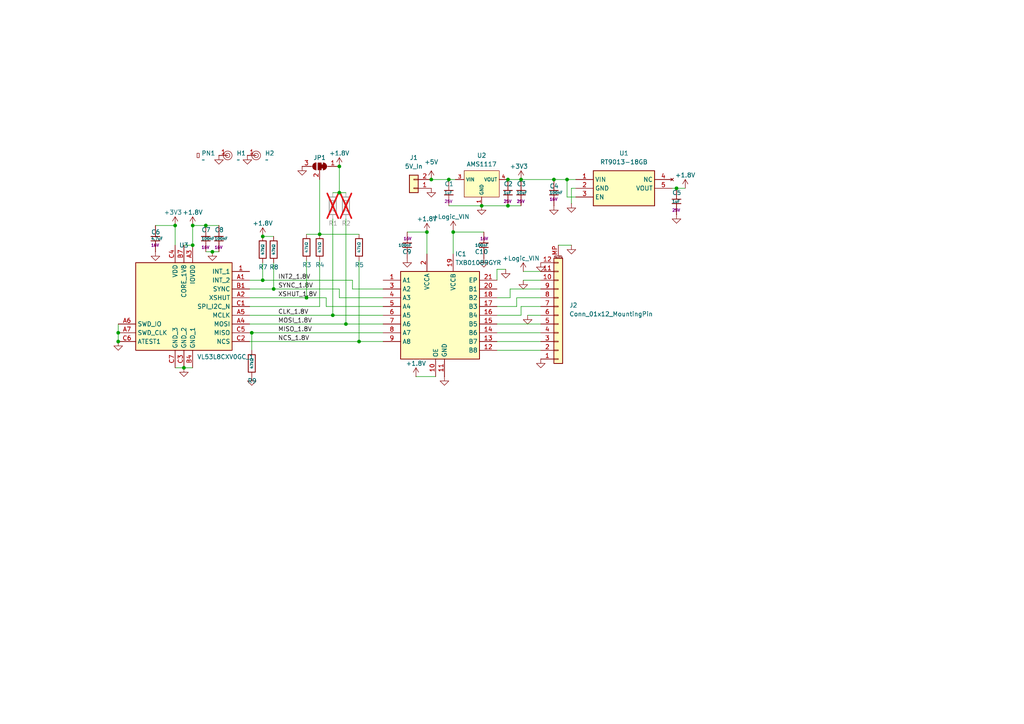
<source format=kicad_sch>
(kicad_sch (version 20250114) (generator "eeschema") (generator_version "9.0")
  (paper "A4")
  (junction (at 147.32 52.07))
  (junction (at 76.2 68.58))
  (junction (at 164.465 52.07))
  (junction (at 125.095 52.07))
  (junction (at 98.425 48.26))
  (junction (at 104.14 99.06))
  (junction (at 98.425 55.88))
  (junction (at 160.655 52.07))
  (junction (at 96.52 91.44))
  (junction (at 76.2 81.28))
  (junction (at 79.375 83.82))
  (junction (at 61.595 73.025))
  (junction (at 196.215 54.61))
  (junction (at 131.445 67.31))
  (junction (at 34.29 99.06))
  (junction (at 34.29 96.52))
  (junction (at 73.025 96.52))
  (junction (at 55.88 65.405))
  (junction (at 50.8 65.405))
  (junction (at 55.88 71.12))
  (junction (at 59.69 65.405))
  (junction (at 147.32 59.69))
  (junction (at 130.175 52.07))
  (junction (at 92.71 67.945))
  (junction (at 100.33 93.98))
  (junction (at 88.9 86.36))
  (junction (at 139.7 59.69))
  (junction (at 123.825 67.31))
  (junction (at 53.34 106.68))
  (junction (at 151.13 52.07))
  (wire (pts (xy 144.145 96.52) (xy 156.845 96.52)))
  (wire (pts (xy 147.955 86.36) (xy 147.955 83.82)))
  (wire (pts (xy 144.145 91.44) (xy 151.13 91.44)))
  (wire (pts (xy 76.2 68.58) (xy 79.375 68.58)))
  (wire (pts (xy 94.615 86.36) (xy 88.9 86.36)))
  (wire (pts (xy 92.71 75.565) (xy 92.71 88.9)))
  (wire (pts (xy 144.145 93.98) (xy 156.845 93.98)))
  (wire (pts (xy 144.145 101.6) (xy 156.845 101.6)))
  (wire (pts (xy 100.33 93.98) (xy 72.39 93.98)))
  (wire (pts (xy 144.145 78.105) (xy 144.145 81.28)))
  (wire (pts (xy 196.215 54.61) (xy 198.755 54.61)))
  (wire (pts (xy 151.13 91.44) (xy 151.13 88.9)))
  (wire (pts (xy 123.825 67.31) (xy 123.825 73.66)))
  (wire (pts (xy 100.33 63.5) (xy 100.33 93.98)))
  (wire (pts (xy 88.9 67.945) (xy 92.71 67.945)))
  (wire (pts (xy 165.735 54.61) (xy 167.005 54.61)))
  (wire (pts (xy 34.29 99.06) (xy 34.29 96.52)))
  (wire (pts (xy 164.465 52.07) (xy 167.005 52.07)))
  (wire (pts (xy 45.085 65.405) (xy 50.8 65.405)))
  (wire (pts (xy 167.005 57.15) (xy 164.465 57.15)))
  (wire (pts (xy 61.595 73.025) (xy 59.69 73.025)))
  (wire (pts (xy 97.79 48.26) (xy 98.425 48.26)))
  (wire (pts (xy 100.33 93.98) (xy 111.125 93.98)))
  (wire (pts (xy 55.88 65.405) (xy 55.88 71.12)))
  (wire (pts (xy 92.71 67.945) (xy 104.14 67.945)))
  (wire (pts (xy 111.125 83.82) (xy 102.235 83.82)))
  (wire (pts (xy 131.445 67.31) (xy 131.445 73.66)))
  (wire (pts (xy 144.145 88.9) (xy 149.86 88.9)))
  (wire (pts (xy 144.145 86.36) (xy 147.955 86.36)))
  (wire (pts (xy 151.765 78.74) (xy 156.845 78.74)))
  (wire (pts (xy 123.825 67.31) (xy 118.11 67.31)))
  (wire (pts (xy 50.8 106.68) (xy 53.34 106.68)))
  (wire (pts (xy 111.125 86.36) (xy 98.425 86.36)))
  (wire (pts (xy 130.175 52.07) (xy 132.08 52.07)))
  (wire (pts (xy 96.52 63.5) (xy 96.52 91.44)))
  (wire (pts (xy 147.32 59.69) (xy 139.7 59.69)))
  (wire (pts (xy 151.765 81.28) (xy 156.845 81.28)))
  (wire (pts (xy 131.445 66.675) (xy 131.445 67.31)))
  (wire (pts (xy 151.13 52.07) (xy 160.655 52.07)))
  (wire (pts (xy 149.86 88.9) (xy 149.86 86.36)))
  (wire (pts (xy 55.88 71.12) (xy 53.34 71.12)))
  (wire (pts (xy 94.615 88.9) (xy 94.615 86.36)))
  (wire (pts (xy 144.145 99.06) (xy 156.845 99.06)))
  (wire (pts (xy 125.095 52.07) (xy 130.175 52.07)))
  (wire (pts (xy 160.655 52.07) (xy 164.465 52.07)))
  (wire (pts (xy 98.425 55.88) (xy 100.33 55.88)))
  (wire (pts (xy 72.39 83.82) (xy 79.375 83.82)))
  (wire (pts (xy 164.465 57.15) (xy 164.465 52.07)))
  (wire (pts (xy 98.425 86.36) (xy 98.425 83.82)))
  (wire (pts (xy 73.025 96.52) (xy 111.125 96.52)))
  (wire (pts (xy 92.71 88.9) (xy 72.39 88.9)))
  (wire (pts (xy 104.14 99.06) (xy 72.39 99.06)))
  (wire (pts (xy 98.425 83.82) (xy 79.375 83.82)))
  (wire (pts (xy 149.86 86.36) (xy 156.845 86.36)))
  (wire (pts (xy 55.88 65.405) (xy 59.69 65.405)))
  (wire (pts (xy 102.235 83.82) (xy 102.235 81.28)))
  (wire (pts (xy 147.32 59.69) (xy 151.13 59.69)))
  (wire (pts (xy 59.69 65.405) (xy 63.5 65.405)))
  (wire (pts (xy 72.39 91.44) (xy 96.52 91.44)))
  (wire (pts (xy 147.32 52.07) (xy 151.13 52.07)))
  (wire (pts (xy 146.685 78.105) (xy 144.145 78.105)))
  (wire (pts (xy 53.34 106.68) (xy 55.88 106.68)))
  (wire (pts (xy 153.035 91.44) (xy 156.845 91.44)))
  (wire (pts (xy 72.39 96.52) (xy 73.025 96.52)))
  (wire (pts (xy 50.8 65.405) (xy 50.8 71.12)))
  (wire (pts (xy 72.39 81.28) (xy 76.2 81.28)))
  (wire (pts (xy 63.5 73.025) (xy 61.595 73.025)))
  (wire (pts (xy 79.375 83.82) (xy 79.375 76.2)))
  (wire (pts (xy 120.65 109.22) (xy 126.365 109.22)))
  (wire (pts (xy 88.9 86.36) (xy 72.39 86.36)))
  (wire (pts (xy 76.2 81.28) (xy 76.2 76.2)))
  (wire (pts (xy 96.52 55.88) (xy 98.425 55.88)))
  (wire (pts (xy 165.735 71.12) (xy 161.925 71.12)))
  (wire (pts (xy 139.7 59.69) (xy 130.175 59.69)))
  (wire (pts (xy 102.235 81.28) (xy 76.2 81.28)))
  (wire (pts (xy 104.14 75.565) (xy 104.14 99.06)))
  (wire (pts (xy 92.71 52.07) (xy 92.71 67.945)))
  (wire (pts (xy 194.945 54.61) (xy 196.215 54.61)))
  (wire (pts (xy 34.29 96.52) (xy 34.29 93.98)))
  (wire (pts (xy 147.955 83.82) (xy 156.845 83.82)))
  (wire (pts (xy 151.13 88.9) (xy 156.845 88.9)))
  (wire (pts (xy 104.14 99.06) (xy 111.125 99.06)))
  (wire (pts (xy 88.9 75.565) (xy 88.9 86.36)))
  (wire (pts (xy 140.335 67.31) (xy 131.445 67.31)))
  (wire (pts (xy 96.52 91.44) (xy 111.125 91.44)))
  (wire (pts (xy 165.735 59.055) (xy 165.735 54.61)))
  (wire (pts (xy 98.425 48.26) (xy 98.425 55.88)))
  (wire (pts (xy 111.125 88.9) (xy 94.615 88.9)))
  (wire (pts (xy 73.025 101.6) (xy 73.025 96.52)))
  (label "NCS_1.8V" (at 80.645 99.06 0))
  (label "XSHUT_1.8V" (at 80.645 86.36 0))
  (label "MISO_1.8V" (at 80.645 96.52 0))
  (label "SYNC_1.8V" (at 80.645 83.82 0))
  (label "MOSI_1.8V" (at 80.645 93.98 0))
  (label "INT2_1.8V" (at 80.645 81.28 0))
  (label "CLK_1.8V" (at 80.645 91.44 0))
  (symbol (lib_id "power:+3V3") (at 131.445 66.675 0) (unit 1)
    (property "Reference" "#PWR015" (effects (hide yes)))
    (property "Value" "+Logic_VIN" (at 130.81 62.865 0))
    (property "Description" "Power symbol creates a global label with name \"+3V3\"" (effects (hide yes)))
  )
  (symbol (lib_id "SwiftModules:VL53L8CXV0GC_1") (at 34.29 78.74 0) (unit 1)
    (property "Reference" "U3" (at 53.34 71.12 0))
    (property "Value" "VL53L8CXV0GC_1" (at 65.405 103.505 0))
    (property "Footprint" "VL53L8CXV0GC1" (effects (hide yes)))
    (property "Datasheet" "https://www.st.com/resource/en/datasheet/vl53l8cx.pdf" (effects (hide yes)))
    (property "Description" "Low-power high-performance 8x8 multizone Time-of-Flight sensor 940 nm, 6.4x3.0x1.75 mm, -30 to 85C" (effects (hide yes)))
    (property "Height" "1.8" (effects (hide yes)))
    (property "Mouser Part Number" "511-VL53L8CXV0GC/1" (effects (hide yes)))
    (property "Mouser Price/Stock" "https://www.mouser.co.uk/ProductDetail/STMicroelectronics/VL53L8CXV0GC-1?qs=T%252BzbugeAwjhc9idkQC%252BF8g%3D%3D" (effects (hide yes)))
    (property "Manufacturer_Name" "STMicroelectronics" (effects (hide yes)))
    (property "Manufacturer_Part_Number" "VL53L8CXV0GC/1" (effects (hide yes)))
    (property "LCSC" "C7386355" (effects (hide yes)))
  )
  (symbol (lib_id "power:GND") (at 63.5 45.085 0) (unit 1)
    (property "Reference" "#PWR01" (effects (hide yes)))
    (property "Value" "GND" (effects (hide yes)))
    (property "Description" "Power symbol creates a global label with name \"GND\" , ground" (effects (hide yes)))
  )
  (symbol (lib_id "power:GND") (at 151.765 81.28 0) (unit 1)
    (property "Reference" "#PWR033" (effects (hide yes)))
    (property "Value" "GND" (effects (hide yes)))
    (property "Description" "Power symbol creates a global label with name \"GND\" , ground" (effects (hide yes)))
  )
  (symbol (lib_id "PCM_JLCPCB-Capacitors:0402,1uF") (at 196.215 58.42 0) (unit 1)
    (property "Reference" "C5" (at 194.945 55.8799 0) (effects (justify left)))
    (property "Value" "1uF" (at 194.945 58.42 0) (effects (font (size 0.8 0.8)) (justify left)))
    (property "Footprint" "PCM_JLCPCB:C_0402" (effects (hide yes)))
    (property "Datasheet" "https://www.lcsc.com/datasheet/lcsc_datasheet_2304140030_Samsung-Electro-Mechanics-CL05A105KA5NQNC_C52923.pdf" (effects (hide yes)))
    (property "Description" "25V 1uF X5R ±10% 0402 Multilayer Ceramic Capacitors MLCC - SMD/SMT ROHS" (effects (hide yes)))
    (property "LCSC" "C52923" (effects (hide yes)))
    (property "Stock" "7796525" (effects (hide yes)))
    (property "Price" "0.006USD" (effects (hide yes)))
    (property "Process" "SMT" (effects (hide yes)))
    (property "Minimum Qty" "20" (effects (hide yes)))
    (property "Attrition Qty" "10" (effects (hide yes)))
    (property "Class" "Basic Component" (effects (hide yes)))
    (property "Category" "Capacitors,Multilayer Ceramic Capacitors MLCC - SMD/SMT" (effects (hide yes)))
    (property "Manufacturer" "Samsung Electro-Mechanics" (effects (hide yes)))
    (property "Part" "CL05A105KA5NQNC" (effects (hide yes)))
    (property "Voltage Rated" "25V" (at 194.945 60.96 0) (effects (font (size 0.8 0.8)) (justify left)))
    (property "Tolerance" "±10%" (effects (hide yes)))
    (property "Capacitance" "1uF" (effects (hide yes)))
    (property "Temperature Coefficient" "X5R" (effects (hide yes)))
  )
  (symbol (lib_id "power:+3V3") (at 55.88 65.405 0) (unit 1)
    (property "Reference" "#PWR014" (effects (hide yes)))
    (property "Value" "+1.8V" (at 55.88 61.595 0))
    (property "Description" "Power symbol creates a global label with name \"+3V3\"" (effects (hide yes)))
  )
  (symbol (lib_id "PCM_JLCPCB-Capacitors:0402,100nF") (at 160.655 55.88 0) (unit 1)
    (property "Reference" "C4" (at 159.385 53.975 0) (effects (justify left)))
    (property "Value" "100nF" (at 159.385 55.8801 0) (effects (font (size 0.8 0.8)) (justify left)))
    (property "Footprint" "PCM_JLCPCB:C_0402" (effects (hide yes)))
    (property "Datasheet" "https://www.lcsc.com/datasheet/lcsc_datasheet_2304140030_Samsung-Electro-Mechanics-CL05B104KO5NNNC_C1525.pdf" (effects (hide yes)))
    (property "Description" "16V 100nF X7R ±10% 0402 Multilayer Ceramic Capacitors MLCC - SMD/SMT ROHS" (effects (hide yes)))
    (property "LCSC" "C1525" (effects (hide yes)))
    (property "Stock" "13104064" (effects (hide yes)))
    (property "Price" "0.004USD" (effects (hide yes)))
    (property "Process" "SMT" (effects (hide yes)))
    (property "Minimum Qty" "20" (effects (hide yes)))
    (property "Attrition Qty" "10" (effects (hide yes)))
    (property "Class" "Basic Component" (effects (hide yes)))
    (property "Category" "Capacitors,Multilayer Ceramic Capacitors MLCC - SMD/SMT" (effects (hide yes)))
    (property "Manufacturer" "Samsung Electro-Mechanics" (effects (hide yes)))
    (property "Part" "CL05B104KO5NNNC" (effects (hide yes)))
    (property "Voltage Rated" "16V" (at 159.385 57.785 0) (effects (font (size 0.8 0.8)) (justify left)))
    (property "Tolerance" "±10%" (effects (hide yes)))
    (property "Capacitance" "100nF" (effects (hide yes)))
    (property "Temperature Coefficient" "X7R" (effects (hide yes)))
  )
  (symbol (lib_id "PCM_JLCPCB-Resistors:0402,2.2kΩ") (at 96.52 59.69 0) (unit 1) (dnp yes)
    (property "Reference" "R1" (at 95.25 64.77 0) (effects (justify left)))
    (property "Value" "2.2kΩ" (at 96.52 59.69 90) (effects (font (size 0.8 0.8))))
    (property "Footprint" "PCM_JLCPCB:R_0402" (effects (hide yes)))
    (property "Datasheet" "https://www.lcsc.com/datasheet/lcsc_datasheet_2206010045_UNI-ROYAL-Uniroyal-Elec-0402WGF2201TCE_C25879.pdf" (effects (hide yes)))
    (property "Description" "62.5mW Thick Film Resistors 50V ±100ppm/°C ±1% 2.2kΩ 0402 Chip Resistor - Surface Mount ROHS" (effects (hide yes)))
    (property "LCSC" "C25879" (effects (hide yes)))
    (property "Stock" "903036" (effects (hide yes)))
    (property "Price" "0.004USD" (effects (hide yes)))
    (property "Process" "SMT" (effects (hide yes)))
    (property "Minimum Qty" "20" (effects (hide yes)))
    (property "Attrition Qty" "10" (effects (hide yes)))
    (property "Class" "Basic Component" (effects (hide yes)))
    (property "Category" "Resistors,Chip Resistor - Surface Mount" (effects (hide yes)))
    (property "Manufacturer" "UNI-ROYAL(Uniroyal Elec)" (effects (hide yes)))
    (property "Part" "0402WGF2201TCE" (effects (hide yes)))
    (property "Resistance" "2.2kΩ" (effects (hide yes)))
    (property "Power(Watts)" "62.5mW" (effects (hide yes)))
    (property "Type" "Thick Film Resistors" (effects (hide yes)))
    (property "Overload Voltage (Max)" "50V" (effects (hide yes)))
    (property "Operating Temperature Range" "-55°C~+155°C" (effects (hide yes)))
    (property "Tolerance" "±1%" (effects (hide yes)))
    (property "Temperature Coefficient" "±100ppm/°C" (effects (hide yes)))
  )
  (symbol (lib_id "Jumper:SolderJumper_3_Bridged12") (at 92.71 48.26 0) (mirror y) (unit 1) (in_bom no)
    (property "Reference" "JP1" (at 92.71 45.72 0))
    (property "Value" "SolderJumper_3_Bridged12" (effects (hide yes)))
    (property "Footprint" "Jumper:SolderJumper-3_P1.3mm_Bridged2Bar12_RoundedPad1.0x1.5mm" (effects (hide yes)))
    (property "Description" "3-pole Solder Jumper, pins 1+2 closed/bridged" (effects (hide yes)))
  )
  (symbol (lib_id "power:GND") (at 61.595 73.025 0) (unit 1)
    (property "Reference" "#PWR019" (effects (hide yes)))
    (property "Value" "GND" (effects (hide yes)))
    (property "Description" "Power symbol creates a global label with name \"GND\" , ground" (effects (hide yes)))
  )
  (symbol (lib_id "power:GND") (at 165.735 71.12 0) (unit 1)
    (property "Reference" "#PWR032" (effects (hide yes)))
    (property "Value" "GND" (effects (hide yes)))
    (property "Description" "Power symbol creates a global label with name \"GND\" , ground" (effects (hide yes)))
  )
  (symbol (lib_id "power:GND") (at 139.7 59.69 0) (unit 1)
    (property "Reference" "#PWR010" (effects (hide yes)))
    (property "Value" "GND" (effects (hide yes)))
    (property "Description" "Power symbol creates a global label with name \"GND\" , ground" (effects (hide yes)))
  )
  (symbol (lib_id "PCM_JLCPCB-Resistors:0402,47kΩ") (at 73.025 105.41 0) (unit 1)
    (property "Reference" "R9" (at 71.755 110.49 0) (effects (justify left)))
    (property "Value" "47kΩ" (at 73.025 105.41 90) (effects (font (size 0.8 0.8))))
    (property "Footprint" "PCM_JLCPCB:R_0402" (effects (hide yes)))
    (property "Datasheet" "https://www.lcsc.com/datasheet/lcsc_datasheet_2206010100_UNI-ROYAL-Uniroyal-Elec-0402WGF4702TCE_C25792.pdf" (effects (hide yes)))
    (property "Description" "62.5mW Thick Film Resistors 50V ±100ppm/°C ±1% 47kΩ 0402 Chip Resistor - Surface Mount ROHS" (effects (hide yes)))
    (property "LCSC" "C25792" (effects (hide yes)))
    (property "Stock" "1796042" (effects (hide yes)))
    (property "Price" "0.004USD" (effects (hide yes)))
    (property "Process" "SMT" (effects (hide yes)))
    (property "Minimum Qty" "20" (effects (hide yes)))
    (property "Attrition Qty" "10" (effects (hide yes)))
    (property "Class" "Basic Component" (effects (hide yes)))
    (property "Category" "Resistors,Chip Resistor - Surface Mount" (effects (hide yes)))
    (property "Manufacturer" "UNI-ROYAL(Uniroyal Elec)" (effects (hide yes)))
    (property "Part" "0402WGF4702TCE" (effects (hide yes)))
    (property "Resistance" "47kΩ" (effects (hide yes)))
    (property "Power(Watts)" "62.5mW" (effects (hide yes)))
    (property "Type" "Thick Film Resistors" (effects (hide yes)))
    (property "Overload Voltage (Max)" "50V" (effects (hide yes)))
    (property "Operating Temperature Range" "-55°C~+155°C" (effects (hide yes)))
    (property "Tolerance" "±1%" (effects (hide yes)))
    (property "Temperature Coefficient" "±100ppm/°C" (effects (hide yes)))
  )
  (symbol (lib_id "power:GND") (at 153.035 91.44 0) (unit 1)
    (property "Reference" "#PWR025" (effects (hide yes)))
    (property "Value" "GND" (effects (hide yes)))
    (property "Description" "Power symbol creates a global label with name \"GND\" , ground" (effects (hide yes)))
  )
  (symbol (lib_id "Connector_Generic_MountingPin:Conn_01x12_MountingPin") (at 161.925 91.44 0) (mirror x) (unit 1)
    (property "Reference" "J2" (at 165.1 88.5443 0) (effects (justify left)))
    (property "Value" "Conn_01x12_MountingPin" (at 165.1 91.0843 0) (effects (justify left)))
    (property "Footprint" "Connector_FFC-FPC:Hirose_FH12-12S-0.5SH_1x12-1MP_P0.50mm_Horizontal" (effects (hide yes)))
    (property "Description" "Generic connectable mounting pin connector, single row, 01x12, script generated (kicad-library-utils/schlib/autogen/connector/)" (effects (hide yes)))
    (property "LCSC" "C88360" (effects (hide yes)))
  )
  (symbol (lib_id "PCM_JLCPCB-Resistors:0402,47kΩ") (at 79.375 72.39 0) (unit 1)
    (property "Reference" "R8" (at 78.105 77.47 0) (effects (justify left)))
    (property "Value" "47kΩ" (at 79.375 72.39 90) (effects (font (size 0.8 0.8))))
    (property "Footprint" "PCM_JLCPCB:R_0402" (effects (hide yes)))
    (property "Datasheet" "https://www.lcsc.com/datasheet/lcsc_datasheet_2206010100_UNI-ROYAL-Uniroyal-Elec-0402WGF4702TCE_C25792.pdf" (effects (hide yes)))
    (property "Description" "62.5mW Thick Film Resistors 50V ±100ppm/°C ±1% 47kΩ 0402 Chip Resistor - Surface Mount ROHS" (effects (hide yes)))
    (property "LCSC" "C25792" (effects (hide yes)))
    (property "Stock" "1796042" (effects (hide yes)))
    (property "Price" "0.004USD" (effects (hide yes)))
    (property "Process" "SMT" (effects (hide yes)))
    (property "Minimum Qty" "20" (effects (hide yes)))
    (property "Attrition Qty" "10" (effects (hide yes)))
    (property "Class" "Basic Component" (effects (hide yes)))
    (property "Category" "Resistors,Chip Resistor - Surface Mount" (effects (hide yes)))
    (property "Manufacturer" "UNI-ROYAL(Uniroyal Elec)" (effects (hide yes)))
    (property "Part" "0402WGF4702TCE" (effects (hide yes)))
    (property "Resistance" "47kΩ" (effects (hide yes)))
    (property "Power(Watts)" "62.5mW" (effects (hide yes)))
    (property "Type" "Thick Film Resistors" (effects (hide yes)))
    (property "Overload Voltage (Max)" "50V" (effects (hide yes)))
    (property "Operating Temperature Range" "-55°C~+155°C" (effects (hide yes)))
    (property "Tolerance" "±1%" (effects (hide yes)))
    (property "Temperature Coefficient" "±100ppm/°C" (effects (hide yes)))
  )
  (symbol (lib_id "power:GND") (at 73.025 109.22 0) (unit 1)
    (property "Reference" "#PWR029" (effects (hide yes)))
    (property "Value" "GND" (effects (hide yes)))
    (property "Description" "Power symbol creates a global label with name \"GND\" , ground" (effects (hide yes)))
  )
  (symbol (lib_id "power:GND") (at 160.655 59.69 0) (unit 1)
    (property "Reference" "#PWR011" (effects (hide yes)))
    (property "Value" "GND" (effects (hide yes)))
    (property "Description" "Power symbol creates a global label with name \"GND\" , ground" (effects (hide yes)))
  )
  (symbol (lib_id "PCM_JLCPCB-Capacitors:0402,100nF") (at 118.11 71.12 180) (unit 1)
    (property "Reference" "C9" (at 119.38 73.025 0) (effects (justify left)))
    (property "Value" "100nF" (at 119.38 71.1199 0) (effects (font (size 0.8 0.8)) (justify left)))
    (property "Footprint" "PCM_JLCPCB:C_0402" (effects (hide yes)))
    (property "Datasheet" "https://www.lcsc.com/datasheet/lcsc_datasheet_2304140030_Samsung-Electro-Mechanics-CL05B104KO5NNNC_C1525.pdf" (effects (hide yes)))
    (property "Description" "16V 100nF X7R ±10% 0402 Multilayer Ceramic Capacitors MLCC - SMD/SMT ROHS" (effects (hide yes)))
    (property "LCSC" "C1525" (effects (hide yes)))
    (property "Stock" "13104064" (effects (hide yes)))
    (property "Price" "0.004USD" (effects (hide yes)))
    (property "Process" "SMT" (effects (hide yes)))
    (property "Minimum Qty" "20" (effects (hide yes)))
    (property "Attrition Qty" "10" (effects (hide yes)))
    (property "Class" "Basic Component" (effects (hide yes)))
    (property "Category" "Capacitors,Multilayer Ceramic Capacitors MLCC - SMD/SMT" (effects (hide yes)))
    (property "Manufacturer" "Samsung Electro-Mechanics" (effects (hide yes)))
    (property "Part" "CL05B104KO5NNNC" (effects (hide yes)))
    (property "Voltage Rated" "16V" (at 119.38 69.215 0) (effects (font (size 0.8 0.8)) (justify left)))
    (property "Tolerance" "±10%" (effects (hide yes)))
    (property "Capacitance" "100nF" (effects (hide yes)))
    (property "Temperature Coefficient" "X7R" (effects (hide yes)))
  )
  (symbol (lib_id "power:GND") (at 87.63 48.26 0) (unit 1)
    (property "Reference" "#PWR03" (effects (hide yes)))
    (property "Value" "GND" (effects (hide yes)))
    (property "Description" "Power symbol creates a global label with name \"GND\" , ground" (effects (hide yes)))
  )
  (symbol (lib_id "power:GND") (at 71.755 45.085 0) (unit 1)
    (property "Reference" "#PWR02" (effects (hide yes)))
    (property "Value" "GND" (effects (hide yes)))
    (property "Description" "Power symbol creates a global label with name \"GND\" , ground" (effects (hide yes)))
  )
  (symbol (lib_id "power:+3V3") (at 50.8 65.405 0) (unit 1)
    (property "Reference" "#PWR013" (effects (hide yes)))
    (property "Value" "+3V3" (at 50.165 61.595 0))
    (property "Description" "Power symbol creates a global label with name \"+3V3\"" (effects (hide yes)))
  )
  (symbol (lib_id "PCM_JLCPCB-Manufacturing:Mounting Hole, 3mm, Via Stiched") (at 74.295 45.085 0) (unit 1)
    (property "Reference" "H2" (at 76.835 44.4499 0) (effects (justify left)))
    (property "Value" "~" (at 76.835 46.355 0) (effects (justify left)))
    (property "Footprint" "PCM_JLCPCB:Hole, 3mm" (effects (hide yes)))
  )
  (symbol (lib_id "Connector_Generic:Conn_01x02") (at 120.015 54.61 180) (unit 1)
    (property "Reference" "J1" (at 120.015 45.72 0))
    (property "Value" "5V_In" (at 120.015 48.26 0))
    (property "Footprint" "Connector_JST:JST_XH_B2B-XH-A_1x02_P2.50mm_Vertical" (effects (hide yes)))
    (property "Description" "Generic connector, single row, 01x02, script generated (kicad-library-utils/schlib/autogen/connector/)" (effects (hide yes)))
  )
  (symbol (lib_id "PCM_JLCPCB-Capacitors:0603,10uF,(2)") (at 151.13 55.88 0) (unit 1)
    (property "Reference" "C3" (at 149.86 53.3399 0) (effects (justify left)))
    (property "Value" "10uF" (at 149.86 55.88 0) (effects (font (size 0.8 0.8)) (justify left)))
    (property "Footprint" "PCM_JLCPCB:C_0603" (effects (hide yes)))
    (property "Datasheet" "https://www.lcsc.com/datasheet/lcsc_datasheet_2304140030_Samsung-Electro-Mechanics-CL10A106MA8NRNC_C96446.pdf" (effects (hide yes)))
    (property "Description" "25V 10uF X5R ±20% 0603 Multilayer Ceramic Capacitors MLCC - SMD/SMT ROHS" (effects (hide yes)))
    (property "LCSC" "C96446" (effects (hide yes)))
    (property "Stock" "4331263" (effects (hide yes)))
    (property "Price" "0.017USD" (effects (hide yes)))
    (property "Process" "SMT" (effects (hide yes)))
    (property "Minimum Qty" "20" (effects (hide yes)))
    (property "Attrition Qty" "8" (effects (hide yes)))
    (property "Class" "Basic Component" (effects (hide yes)))
    (property "Category" "Capacitors,Multilayer Ceramic Capacitors MLCC - SMD/SMT" (effects (hide yes)))
    (property "Manufacturer" "Samsung Electro-Mechanics" (effects (hide yes)))
    (property "Part" "CL10A106MA8NRNC" (effects (hide yes)))
    (property "Voltage Rated" "25V" (at 149.86 58.42 0) (effects (font (size 0.8 0.8)) (justify left)))
    (property "Tolerance" "±20%" (effects (hide yes)))
    (property "Capacitance" "10uF" (effects (hide yes)))
    (property "Temperature Coefficient" "X5R" (effects (hide yes)))
  )
  (symbol (lib_id "PCM_JLCPCB-Capacitors:0402,1uF") (at 130.175 55.88 0) (unit 1)
    (property "Reference" "C1" (at 128.905 53.3399 0) (effects (justify left)))
    (property "Value" "1uF" (at 128.905 55.88 0) (effects (font (size 0.8 0.8)) (justify left)))
    (property "Footprint" "PCM_JLCPCB:C_0402" (effects (hide yes)))
    (property "Datasheet" "https://www.lcsc.com/datasheet/lcsc_datasheet_2304140030_Samsung-Electro-Mechanics-CL05A105KA5NQNC_C52923.pdf" (effects (hide yes)))
    (property "Description" "25V 1uF X5R ±10% 0402 Multilayer Ceramic Capacitors MLCC - SMD/SMT ROHS" (effects (hide yes)))
    (property "LCSC" "C52923" (effects (hide yes)))
    (property "Stock" "7796525" (effects (hide yes)))
    (property "Price" "0.006USD" (effects (hide yes)))
    (property "Process" "SMT" (effects (hide yes)))
    (property "Minimum Qty" "20" (effects (hide yes)))
    (property "Attrition Qty" "10" (effects (hide yes)))
    (property "Class" "Basic Component" (effects (hide yes)))
    (property "Category" "Capacitors,Multilayer Ceramic Capacitors MLCC - SMD/SMT" (effects (hide yes)))
    (property "Manufacturer" "Samsung Electro-Mechanics" (effects (hide yes)))
    (property "Part" "CL05A105KA5NQNC" (effects (hide yes)))
    (property "Voltage Rated" "25V" (at 128.905 58.42 0) (effects (font (size 0.8 0.8)) (justify left)))
    (property "Tolerance" "±10%" (effects (hide yes)))
    (property "Capacitance" "1uF" (effects (hide yes)))
    (property "Temperature Coefficient" "X5R" (effects (hide yes)))
  )
  (symbol (lib_id "power:GND") (at 128.905 109.22 0) (unit 1)
    (property "Reference" "#PWR031" (effects (hide yes)))
    (property "Value" "GND" (effects (hide yes)))
    (property "Description" "Power symbol creates a global label with name \"GND\" , ground" (effects (hide yes)))
  )
  (symbol (lib_id "SwiftModules:TXB0108RGYR") (at 128.905 73.66 270) (unit 1)
    (property "Reference" "IC1" (at 132.0231 73.66 90) (effects (justify left)))
    (property "Value" "TXB0108RGYR" (at 132.0231 76.2 90) (effects (justify left)))
    (property "Footprint" "SN74LVC541ARGYR" (effects (hide yes)))
    (property "Datasheet" "http://www.ti.com/lit/gpn/txb0108" (effects (hide yes)))
    (property "Description" "8-Bit Bidirectional Voltage-Level Shifter with Auto Direction Sensing and +/-15-kV ESD Protect" (effects (hide yes)))
    (property "Height" "1" (effects (hide yes)))
    (property "Mouser Part Number" "595-TXB0108RGYR" (effects (hide yes)))
    (property "Mouser Price/Stock" "https://www.mouser.co.uk/ProductDetail/Texas-Instruments/TXB0108RGYR?qs=oFXvjAmG9EjlwpBG6jCg6w%3D%3D" (effects (hide yes)))
    (property "Manufacturer_Name" "Texas Instruments" (effects (hide yes)))
    (property "Manufacturer_Part_Number" "TXB0108RGYR" (effects (hide yes)))
    (property "LCSC" "C194701" (effects (hide yes)))
  )
  (symbol (lib_id "PCM_JLCPCB-Resistors:0402,2.2kΩ") (at 100.33 59.69 0) (unit 1) (dnp yes)
    (property "Reference" "R2" (at 99.06 64.77 0) (effects (justify left)))
    (property "Value" "2.2kΩ" (at 100.33 59.69 90) (effects (font (size 0.8 0.8))))
    (property "Footprint" "PCM_JLCPCB:R_0402" (effects (hide yes)))
    (property "Datasheet" "https://www.lcsc.com/datasheet/lcsc_datasheet_2206010045_UNI-ROYAL-Uniroyal-Elec-0402WGF2201TCE_C25879.pdf" (effects (hide yes)))
    (property "Description" "62.5mW Thick Film Resistors 50V ±100ppm/°C ±1% 2.2kΩ 0402 Chip Resistor - Surface Mount ROHS" (effects (hide yes)))
    (property "LCSC" "C25879" (effects (hide yes)))
    (property "Stock" "903036" (effects (hide yes)))
    (property "Price" "0.004USD" (effects (hide yes)))
    (property "Process" "SMT" (effects (hide yes)))
    (property "Minimum Qty" "20" (effects (hide yes)))
    (property "Attrition Qty" "10" (effects (hide yes)))
    (property "Class" "Basic Component" (effects (hide yes)))
    (property "Category" "Resistors,Chip Resistor - Surface Mount" (effects (hide yes)))
    (property "Manufacturer" "UNI-ROYAL(Uniroyal Elec)" (effects (hide yes)))
    (property "Part" "0402WGF2201TCE" (effects (hide yes)))
    (property "Resistance" "2.2kΩ" (effects (hide yes)))
    (property "Power(Watts)" "62.5mW" (effects (hide yes)))
    (property "Type" "Thick Film Resistors" (effects (hide yes)))
    (property "Overload Voltage (Max)" "50V" (effects (hide yes)))
    (property "Operating Temperature Range" "-55°C~+155°C" (effects (hide yes)))
    (property "Tolerance" "±1%" (effects (hide yes)))
    (property "Temperature Coefficient" "±100ppm/°C" (effects (hide yes)))
  )
  (symbol (lib_id "PCM_JLCPCB-Capacitors:0402,100nF") (at 140.335 71.12 180) (unit 1)
    (property "Reference" "C10" (at 141.605 73.025 0) (effects (justify left)))
    (property "Value" "100nF" (at 141.605 71.1199 0) (effects (font (size 0.8 0.8)) (justify left)))
    (property "Footprint" "PCM_JLCPCB:C_0402" (effects (hide yes)))
    (property "Datasheet" "https://www.lcsc.com/datasheet/lcsc_datasheet_2304140030_Samsung-Electro-Mechanics-CL05B104KO5NNNC_C1525.pdf" (effects (hide yes)))
    (property "Description" "16V 100nF X7R ±10% 0402 Multilayer Ceramic Capacitors MLCC - SMD/SMT ROHS" (effects (hide yes)))
    (property "LCSC" "C1525" (effects (hide yes)))
    (property "Stock" "13104064" (effects (hide yes)))
    (property "Price" "0.004USD" (effects (hide yes)))
    (property "Process" "SMT" (effects (hide yes)))
    (property "Minimum Qty" "20" (effects (hide yes)))
    (property "Attrition Qty" "10" (effects (hide yes)))
    (property "Class" "Basic Component" (effects (hide yes)))
    (property "Category" "Capacitors,Multilayer Ceramic Capacitors MLCC - SMD/SMT" (effects (hide yes)))
    (property "Manufacturer" "Samsung Electro-Mechanics" (effects (hide yes)))
    (property "Part" "CL05B104KO5NNNC" (effects (hide yes)))
    (property "Voltage Rated" "16V" (at 141.605 69.215 0) (effects (font (size 0.8 0.8)) (justify left)))
    (property "Tolerance" "±10%" (effects (hide yes)))
    (property "Capacitance" "100nF" (effects (hide yes)))
    (property "Temperature Coefficient" "X7R" (effects (hide yes)))
  )
  (symbol (lib_id "PCM_JLCPCB-Manufacturing:Mounting Hole, 3mm, Via Stiched") (at 66.04 45.085 0) (unit 1)
    (property "Reference" "H1" (at 68.58 44.4499 0) (effects (justify left)))
    (property "Value" "~" (at 68.58 46.355 0) (effects (justify left)))
    (property "Footprint" "PCM_JLCPCB:Hole, 3mm" (effects (hide yes)))
  )
  (symbol (lib_id "PCM_JLCPCB-Resistors:0402,47kΩ") (at 104.14 71.755 0) (unit 1)
    (property "Reference" "R5" (at 102.87 76.835 0) (effects (justify left)))
    (property "Value" "47kΩ" (at 104.14 71.755 90) (effects (font (size 0.8 0.8))))
    (property "Footprint" "PCM_JLCPCB:R_0402" (effects (hide yes)))
    (property "Datasheet" "https://www.lcsc.com/datasheet/lcsc_datasheet_2206010100_UNI-ROYAL-Uniroyal-Elec-0402WGF4702TCE_C25792.pdf" (effects (hide yes)))
    (property "Description" "62.5mW Thick Film Resistors 50V ±100ppm/°C ±1% 47kΩ 0402 Chip Resistor - Surface Mount ROHS" (effects (hide yes)))
    (property "LCSC" "C25792" (effects (hide yes)))
    (property "Stock" "1796042" (effects (hide yes)))
    (property "Price" "0.004USD" (effects (hide yes)))
    (property "Process" "SMT" (effects (hide yes)))
    (property "Minimum Qty" "20" (effects (hide yes)))
    (property "Attrition Qty" "10" (effects (hide yes)))
    (property "Class" "Basic Component" (effects (hide yes)))
    (property "Category" "Resistors,Chip Resistor - Surface Mount" (effects (hide yes)))
    (property "Manufacturer" "UNI-ROYAL(Uniroyal Elec)" (effects (hide yes)))
    (property "Part" "0402WGF4702TCE" (effects (hide yes)))
    (property "Resistance" "47kΩ" (effects (hide yes)))
    (property "Power(Watts)" "62.5mW" (effects (hide yes)))
    (property "Type" "Thick Film Resistors" (effects (hide yes)))
    (property "Overload Voltage (Max)" "50V" (effects (hide yes)))
    (property "Operating Temperature Range" "-55°C~+155°C" (effects (hide yes)))
    (property "Tolerance" "±1%" (effects (hide yes)))
    (property "Temperature Coefficient" "±100ppm/°C" (effects (hide yes)))
  )
  (symbol (lib_id "power:GND") (at 45.085 73.025 0) (unit 1)
    (property "Reference" "#PWR018" (effects (hide yes)))
    (property "Value" "GND" (effects (hide yes)))
    (property "Description" "Power symbol creates a global label with name \"GND\" , ground" (effects (hide yes)))
  )
  (symbol (lib_id "PCM_JLCPCB-Capacitors:0402,100nF") (at 59.69 69.215 0) (unit 1)
    (property "Reference" "C7" (at 58.42 66.6749 0) (effects (justify left)))
    (property "Value" "100nF" (at 58.42 69.215 0) (effects (font (size 0.8 0.8)) (justify left)))
    (property "Footprint" "PCM_JLCPCB:C_0402" (effects (hide yes)))
    (property "Datasheet" "https://www.lcsc.com/datasheet/lcsc_datasheet_2304140030_Samsung-Electro-Mechanics-CL05B104KO5NNNC_C1525.pdf" (effects (hide yes)))
    (property "Description" "16V 100nF X7R ±10% 0402 Multilayer Ceramic Capacitors MLCC - SMD/SMT ROHS" (effects (hide yes)))
    (property "LCSC" "C1525" (effects (hide yes)))
    (property "Stock" "13104064" (effects (hide yes)))
    (property "Price" "0.004USD" (effects (hide yes)))
    (property "Process" "SMT" (effects (hide yes)))
    (property "Minimum Qty" "20" (effects (hide yes)))
    (property "Attrition Qty" "10" (effects (hide yes)))
    (property "Class" "Basic Component" (effects (hide yes)))
    (property "Category" "Capacitors,Multilayer Ceramic Capacitors MLCC - SMD/SMT" (effects (hide yes)))
    (property "Manufacturer" "Samsung Electro-Mechanics" (effects (hide yes)))
    (property "Part" "CL05B104KO5NNNC" (effects (hide yes)))
    (property "Voltage Rated" "16V" (at 58.42 71.755 0) (effects (font (size 0.8 0.8)) (justify left)))
    (property "Tolerance" "±10%" (effects (hide yes)))
    (property "Capacitance" "100nF" (effects (hide yes)))
    (property "Temperature Coefficient" "X7R" (effects (hide yes)))
  )
  (symbol (lib_id "power:+3V3") (at 120.65 109.22 0) (unit 1)
    (property "Reference" "#PWR030" (effects (hide yes)))
    (property "Value" "+1.8V" (at 120.65 105.41 0))
    (property "Description" "Power symbol creates a global label with name \"+3V3\"" (effects (hide yes)))
  )
  (symbol (lib_id "PCM_JLCPCB-Capacitors:0603,4.7uF") (at 45.085 69.215 0) (unit 1)
    (property "Reference" "C6" (at 43.815 67.31 0) (effects (justify left)))
    (property "Value" "4.7uF" (at 43.815 69.215 0) (effects (font (size 0.8 0.8)) (justify left)))
    (property "Footprint" "PCM_JLCPCB:C_0603" (effects (hide yes)))
    (property "Datasheet" "https://www.lcsc.com/datasheet/lcsc_datasheet_2304140030_Samsung-Electro-Mechanics-CL10A475KO8NNNC_C19666.pdf" (effects (hide yes)))
    (property "Description" "16V 4.7uF X5R ±10% 0603 Multilayer Ceramic Capacitors MLCC - SMD/SMT ROHS" (effects (hide yes)))
    (property "LCSC" "C19666" (effects (hide yes)))
    (property "Stock" "2453279" (effects (hide yes)))
    (property "Price" "0.013USD" (effects (hide yes)))
    (property "Process" "SMT" (effects (hide yes)))
    (property "Minimum Qty" "20" (effects (hide yes)))
    (property "Attrition Qty" "10" (effects (hide yes)))
    (property "Class" "Basic Component" (effects (hide yes)))
    (property "Category" "Capacitors,Multilayer Ceramic Capacitors MLCC - SMD/SMT" (effects (hide yes)))
    (property "Manufacturer" "Samsung Electro-Mechanics" (effects (hide yes)))
    (property "Part" "CL10A475KO8NNNC" (effects (hide yes)))
    (property "Voltage Rated" "16V" (at 43.815 71.12 0) (effects (font (size 0.8 0.8)) (justify left)))
    (property "Tolerance" "±10%" (effects (hide yes)))
    (property "Capacitance" "4.7uF" (effects (hide yes)))
    (property "Temperature Coefficient" "X5R" (effects (hide yes)))
  )
  (symbol (lib_id "power:GND") (at 125.095 54.61 0) (unit 1)
    (property "Reference" "#PWR07" (effects (hide yes)))
    (property "Value" "GND" (effects (hide yes)))
    (property "Description" "Power symbol creates a global label with name \"GND\" , ground" (effects (hide yes)))
  )
  (symbol (lib_id "PCM_JLCPCB-Resistors:0402,47kΩ") (at 92.71 71.755 0) (unit 1)
    (property "Reference" "R4" (at 91.44 76.835 0) (effects (justify left)))
    (property "Value" "47kΩ" (at 92.71 71.755 90) (effects (font (size 0.8 0.8))))
    (property "Footprint" "PCM_JLCPCB:R_0402" (effects (hide yes)))
    (property "Datasheet" "https://www.lcsc.com/datasheet/lcsc_datasheet_2206010100_UNI-ROYAL-Uniroyal-Elec-0402WGF4702TCE_C25792.pdf" (effects (hide yes)))
    (property "Description" "62.5mW Thick Film Resistors 50V ±100ppm/°C ±1% 47kΩ 0402 Chip Resistor - Surface Mount ROHS" (effects (hide yes)))
    (property "LCSC" "C25792" (effects (hide yes)))
    (property "Stock" "1796042" (effects (hide yes)))
    (property "Price" "0.004USD" (effects (hide yes)))
    (property "Process" "SMT" (effects (hide yes)))
    (property "Minimum Qty" "20" (effects (hide yes)))
    (property "Attrition Qty" "10" (effects (hide yes)))
    (property "Class" "Basic Component" (effects (hide yes)))
    (property "Category" "Resistors,Chip Resistor - Surface Mount" (effects (hide yes)))
    (property "Manufacturer" "UNI-ROYAL(Uniroyal Elec)" (effects (hide yes)))
    (property "Part" "0402WGF4702TCE" (effects (hide yes)))
    (property "Resistance" "47kΩ" (effects (hide yes)))
    (property "Power(Watts)" "62.5mW" (effects (hide yes)))
    (property "Type" "Thick Film Resistors" (effects (hide yes)))
    (property "Overload Voltage (Max)" "50V" (effects (hide yes)))
    (property "Operating Temperature Range" "-55°C~+155°C" (effects (hide yes)))
    (property "Tolerance" "±1%" (effects (hide yes)))
    (property "Temperature Coefficient" "±100ppm/°C" (effects (hide yes)))
  )
  (symbol (lib_id "power:GND") (at 140.335 74.93 0) (unit 1)
    (property "Reference" "#PWR021" (effects (hide yes)))
    (property "Value" "GND" (effects (hide yes)))
    (property "Description" "Power symbol creates a global label with name \"GND\" , ground" (effects (hide yes)))
  )
  (symbol (lib_id "power:GND") (at 156.845 104.14 0) (unit 1)
    (property "Reference" "#PWR027" (effects (hide yes)))
    (property "Value" "GND" (effects (hide yes)))
    (property "Description" "Power symbol creates a global label with name \"GND\" , ground" (effects (hide yes)))
  )
  (symbol (lib_id "power:GND") (at 146.685 78.105 0) (unit 1)
    (property "Reference" "#PWR023" (effects (hide yes)))
    (property "Value" "GND" (effects (hide yes)))
    (property "Description" "Power symbol creates a global label with name \"GND\" , ground" (effects (hide yes)))
  )
  (symbol (lib_id "SwiftModules:RT9013-18GB") (at 167.005 52.07 0) (unit 1)
    (property "Reference" "U1" (at 180.975 44.45 0))
    (property "Value" "RT9013-18GB" (at 180.975 46.99 0))
    (property "Footprint" "SOT94P279X130-5N" (effects (hide yes)))
    (property "Datasheet" "https://datasheet5.oss-cn-shanghai.aliyuncs.com/datasheets/richtek/DS9013-10.pdf" (effects (hide yes)))
    (property "Description" "IC, LDO, FIXED, 1.8V, 0.5A, SOT-23-5; Output Type:Fixed; Input Voltage Min:2.2V; Input Voltage Max:5.5V; Fixed Output Voltage Nom.:1.8V; Adjustable Output Voltage Min:-; Adjustable Output Voltage Max:-; Output Current:500mA; Dropout RoHS Compliant: Yes" (effects (hide yes)))
    (property "Height" "1.295" (effects (hide yes)))
    (property "Mouser Part Number" "835-RT9013-18GB" (effects (hide yes)))
    (property "Mouser Price/Stock" "https://www.mouser.co.uk/ProductDetail/Richtek/RT9013-18GB?qs=amGC7iS6iy%252Bp8NSjBMkogA%3D%3D" (effects (hide yes)))
    (property "Manufacturer_Name" "RICHTEK" (effects (hide yes)))
    (property "Manufacturer_Part_Number" "RT9013-18GB" (effects (hide yes)))
    (property "JCSC" "C22435116" (effects (hide yes)))
  )
  (symbol (lib_id "PCM_JLCPCB-Resistors:0402,47kΩ") (at 76.2 72.39 0) (unit 1)
    (property "Reference" "R7" (at 74.93 77.47 0) (effects (justify left)))
    (property "Value" "47kΩ" (at 76.2 72.39 90) (effects (font (size 0.8 0.8))))
    (property "Footprint" "PCM_JLCPCB:R_0402" (effects (hide yes)))
    (property "Datasheet" "https://www.lcsc.com/datasheet/lcsc_datasheet_2206010100_UNI-ROYAL-Uniroyal-Elec-0402WGF4702TCE_C25792.pdf" (effects (hide yes)))
    (property "Description" "62.5mW Thick Film Resistors 50V ±100ppm/°C ±1% 47kΩ 0402 Chip Resistor - Surface Mount ROHS" (effects (hide yes)))
    (property "LCSC" "C25792" (effects (hide yes)))
    (property "Stock" "1796042" (effects (hide yes)))
    (property "Price" "0.004USD" (effects (hide yes)))
    (property "Process" "SMT" (effects (hide yes)))
    (property "Minimum Qty" "20" (effects (hide yes)))
    (property "Attrition Qty" "10" (effects (hide yes)))
    (property "Class" "Basic Component" (effects (hide yes)))
    (property "Category" "Resistors,Chip Resistor - Surface Mount" (effects (hide yes)))
    (property "Manufacturer" "UNI-ROYAL(Uniroyal Elec)" (effects (hide yes)))
    (property "Part" "0402WGF4702TCE" (effects (hide yes)))
    (property "Resistance" "47kΩ" (effects (hide yes)))
    (property "Power(Watts)" "62.5mW" (effects (hide yes)))
    (property "Type" "Thick Film Resistors" (effects (hide yes)))
    (property "Overload Voltage (Max)" "50V" (effects (hide yes)))
    (property "Operating Temperature Range" "-55°C~+155°C" (effects (hide yes)))
    (property "Tolerance" "±1%" (effects (hide yes)))
    (property "Temperature Coefficient" "±100ppm/°C" (effects (hide yes)))
  )
  (symbol (lib_id "power:GND") (at 53.34 106.68 0) (unit 1)
    (property "Reference" "#PWR028" (effects (hide yes)))
    (property "Value" "GND" (effects (hide yes)))
    (property "Description" "Power symbol creates a global label with name \"GND\" , ground" (effects (hide yes)))
  )
  (symbol (lib_id "power:GND") (at 34.29 99.06 0) (unit 1)
    (property "Reference" "#PWR026" (effects (hide yes)))
    (property "Value" "GND" (effects (hide yes)))
    (property "Description" "Power symbol creates a global label with name \"GND\" , ground" (effects (hide yes)))
  )
  (symbol (lib_id "power:+3V3") (at 123.825 67.31 0) (unit 1)
    (property "Reference" "#PWR016" (effects (hide yes)))
    (property "Value" "+1.8V" (at 123.825 63.5 0))
    (property "Description" "Power symbol creates a global label with name \"+3V3\"" (effects (hide yes)))
  )
  (symbol (lib_id "PCM_JLCPCB-Power:LDO, 3.3V, 1A") (at 139.7 54.61 0) (unit 1)
    (property "Reference" "U2" (at 139.7 45.085 0))
    (property "Value" "AMS1117" (at 139.7 47.625 0))
    (property "Footprint" "PCM_JLCPCB:SOT-223-3_L6.5-W3.4-P2.30-LS7.0-BR" (effects (hide yes)))
    (property "Datasheet" "https://www.lcsc.com/datasheet/lcsc_datasheet_2304140030_Advanced-Monolithic-Systems-AMS1117-3-3_C6186.pdf" (effects (hide yes)))
    (property "Description" "72dB@(120Hz) 1A Fixed 3.3V Positive electrode SOT-223 Voltage Regulators - Linear, Low Drop Out (LDO) Regulators ROHS" (effects (hide yes)))
    (property "LCSC" "C6186" (effects (hide yes)))
    (property "Stock" "1054260" (effects (hide yes)))
    (property "Price" "0.148USD" (effects (hide yes)))
    (property "Process" "SMT" (effects (hide yes)))
    (property "Minimum Qty" "2" (effects (hide yes)))
    (property "Attrition Qty" "0" (effects (hide yes)))
    (property "Class" "Basic Component" (effects (hide yes)))
    (property "Category" "Power Management ICs,Linear Voltage Regulators (LDO)" (effects (hide yes)))
    (property "Manufacturer" "Advanced Monolithic Systems" (effects (hide yes)))
    (property "Part" "AMS1117-3.3" (effects (hide yes)))
    (property "Number Of Outputs" "1" (effects (hide yes)))
    (property "Output Voltage" "3.3V" (effects (hide yes)))
    (property "Dropout Voltage" "1.3V@(800mA)" (effects (hide yes)))
    (property "Output Current" "1A" (effects (hide yes)))
    (property "Output Type" "Fixed" (effects (hide yes)))
    (property "Output Polarity" "Positive electrode" (effects (hide yes)))
    (property "Power Supply Rejection Ratio (Psrr)" "72dB@(120Hz)" (effects (hide yes)))
    (property "Feature" "Overcurrent Protection(OCP);Thermal Protection(TSD)" (effects (hide yes)))
  )
  (symbol (lib_id "power:+3V3") (at 198.755 54.61 0) (unit 1)
    (property "Reference" "#PWR08" (effects (hide yes)))
    (property "Value" "+1.8V" (at 198.755 50.8 0))
    (property "Description" "Power symbol creates a global label with name \"+3V3\"" (effects (hide yes)))
  )
  (symbol (lib_id "PCM_JLCPCB-Capacitors:0402,1uF") (at 147.32 55.88 0) (unit 1)
    (property "Reference" "C2" (at 146.05 53.3399 0) (effects (justify left)))
    (property "Value" "1uF" (at 146.05 55.88 0) (effects (font (size 0.8 0.8)) (justify left)))
    (property "Footprint" "PCM_JLCPCB:C_0402" (effects (hide yes)))
    (property "Datasheet" "https://www.lcsc.com/datasheet/lcsc_datasheet_2304140030_Samsung-Electro-Mechanics-CL05A105KA5NQNC_C52923.pdf" (effects (hide yes)))
    (property "Description" "25V 1uF X5R ±10% 0402 Multilayer Ceramic Capacitors MLCC - SMD/SMT ROHS" (effects (hide yes)))
    (property "LCSC" "C52923" (effects (hide yes)))
    (property "Stock" "7796525" (effects (hide yes)))
    (property "Price" "0.006USD" (effects (hide yes)))
    (property "Process" "SMT" (effects (hide yes)))
    (property "Minimum Qty" "20" (effects (hide yes)))
    (property "Attrition Qty" "10" (effects (hide yes)))
    (property "Class" "Basic Component" (effects (hide yes)))
    (property "Category" "Capacitors,Multilayer Ceramic Capacitors MLCC - SMD/SMT" (effects (hide yes)))
    (property "Manufacturer" "Samsung Electro-Mechanics" (effects (hide yes)))
    (property "Part" "CL05A105KA5NQNC" (effects (hide yes)))
    (property "Voltage Rated" "25V" (at 146.05 58.42 0) (effects (font (size 0.8 0.8)) (justify left)))
    (property "Tolerance" "±10%" (effects (hide yes)))
    (property "Capacitance" "1uF" (effects (hide yes)))
    (property "Temperature Coefficient" "X5R" (effects (hide yes)))
  )
  (symbol (lib_id "power:+3V3") (at 151.765 78.74 0) (unit 1)
    (property "Reference" "#PWR024" (effects (hide yes)))
    (property "Value" "+Logic_VIN" (at 151.13 74.93 0))
    (property "Description" "Power symbol creates a global label with name \"+3V3\"" (effects (hide yes)))
  )
  (symbol (lib_id "power:GND") (at 156.845 76.2 0) (unit 1)
    (property "Reference" "#PWR022" (effects (hide yes)))
    (property "Value" "GND" (effects (hide yes)))
    (property "Description" "Power symbol creates a global label with name \"GND\" , ground" (effects (hide yes)))
  )
  (symbol (lib_id "PCM_JLCPCB-Capacitors:0402,100nF") (at 63.5 69.215 0) (unit 1)
    (property "Reference" "C8" (at 62.23 66.6749 0) (effects (justify left)))
    (property "Value" "100nF" (at 62.23 69.215 0) (effects (font (size 0.8 0.8)) (justify left)))
    (property "Footprint" "PCM_JLCPCB:C_0402" (effects (hide yes)))
    (property "Datasheet" "https://www.lcsc.com/datasheet/lcsc_datasheet_2304140030_Samsung-Electro-Mechanics-CL05B104KO5NNNC_C1525.pdf" (effects (hide yes)))
    (property "Description" "16V 100nF X7R ±10% 0402 Multilayer Ceramic Capacitors MLCC - SMD/SMT ROHS" (effects (hide yes)))
    (property "LCSC" "C1525" (effects (hide yes)))
    (property "Stock" "13104064" (effects (hide yes)))
    (property "Price" "0.004USD" (effects (hide yes)))
    (property "Process" "SMT" (effects (hide yes)))
    (property "Minimum Qty" "20" (effects (hide yes)))
    (property "Attrition Qty" "10" (effects (hide yes)))
    (property "Class" "Basic Component" (effects (hide yes)))
    (property "Category" "Capacitors,Multilayer Ceramic Capacitors MLCC - SMD/SMT" (effects (hide yes)))
    (property "Manufacturer" "Samsung Electro-Mechanics" (effects (hide yes)))
    (property "Part" "CL05B104KO5NNNC" (effects (hide yes)))
    (property "Voltage Rated" "16V" (at 62.23 71.755 0) (effects (font (size 0.8 0.8)) (justify left)))
    (property "Tolerance" "±10%" (effects (hide yes)))
    (property "Capacitance" "100nF" (effects (hide yes)))
    (property "Temperature Coefficient" "X7R" (effects (hide yes)))
  )
  (symbol (lib_id "PCM_JLCPCB-Resistors:0402,47kΩ") (at 88.9 71.755 0) (unit 1)
    (property "Reference" "R3" (at 87.63 76.835 0) (effects (justify left)))
    (property "Value" "47kΩ" (at 88.9 71.755 90) (effects (font (size 0.8 0.8))))
    (property "Footprint" "PCM_JLCPCB:R_0402" (effects (hide yes)))
    (property "Datasheet" "https://www.lcsc.com/datasheet/lcsc_datasheet_2206010100_UNI-ROYAL-Uniroyal-Elec-0402WGF4702TCE_C25792.pdf" (effects (hide yes)))
    (property "Description" "62.5mW Thick Film Resistors 50V ±100ppm/°C ±1% 47kΩ 0402 Chip Resistor - Surface Mount ROHS" (effects (hide yes)))
    (property "LCSC" "C25792" (effects (hide yes)))
    (property "Stock" "1796042" (effects (hide yes)))
    (property "Price" "0.004USD" (effects (hide yes)))
    (property "Process" "SMT" (effects (hide yes)))
    (property "Minimum Qty" "20" (effects (hide yes)))
    (property "Attrition Qty" "10" (effects (hide yes)))
    (property "Class" "Basic Component" (effects (hide yes)))
    (property "Category" "Resistors,Chip Resistor - Surface Mount" (effects (hide yes)))
    (property "Manufacturer" "UNI-ROYAL(Uniroyal Elec)" (effects (hide yes)))
    (property "Part" "0402WGF4702TCE" (effects (hide yes)))
    (property "Resistance" "47kΩ" (effects (hide yes)))
    (property "Power(Watts)" "62.5mW" (effects (hide yes)))
    (property "Type" "Thick Film Resistors" (effects (hide yes)))
    (property "Overload Voltage (Max)" "50V" (effects (hide yes)))
    (property "Operating Temperature Range" "-55°C~+155°C" (effects (hide yes)))
    (property "Tolerance" "±1%" (effects (hide yes)))
    (property "Temperature Coefficient" "±100ppm/°C" (effects (hide yes)))
  )
  (symbol (lib_id "power:GND") (at 196.215 62.23 0) (unit 1)
    (property "Reference" "#PWR012" (effects (hide yes)))
    (property "Value" "GND" (effects (hide yes)))
    (property "Description" "Power symbol creates a global label with name \"GND\" , ground" (effects (hide yes)))
  )
  (symbol (lib_id "PCM_JLCPCB-Manufacturing:Part Number, PCM_JLCPCB, 0.8x0.15mm") (at 57.15 45.085 0) (unit 1)
    (property "Reference" "PN1" (at 58.42 44.4499 0) (effects (justify left)))
    (property "Value" "~" (at 58.42 46.355 0) (effects (justify left)))
    (property "Footprint" "PCM_JLCPCB:Part_Num_JLCPCB" (effects (hide yes)))
    (property "Datasheet" "https://jlcpcb.com/help/article/How-to-remove-order-number-from-your-PCB" (effects (hide yes)))
    (property "Description" "To indicate the location, simply add the text \"JLCJLCJLCJLC\" to the silk layer and select the \"Specify a location\" option when placing your order. Please note that if this option is not chosen, we may not notice that you have added the text.   Note: Use only \"JLCJLCJLCJLC\" without any additional characters. The font size should be larger than 0.8mm in height and 0.15mm in width." (effects (hide yes)))
  )
  (symbol (lib_id "power:GND") (at 118.11 74.93 0) (unit 1)
    (property "Reference" "#PWR020" (effects (hide yes)))
    (property "Value" "GND" (effects (hide yes)))
    (property "Description" "Power symbol creates a global label with name \"GND\" , ground" (effects (hide yes)))
  )
  (symbol (lib_id "power:GND") (at 165.735 59.055 0) (unit 1)
    (property "Reference" "#PWR09" (effects (hide yes)))
    (property "Value" "GND" (effects (hide yes)))
    (property "Description" "Power symbol creates a global label with name \"GND\" , ground" (effects (hide yes)))
  )
  (symbol (lib_id "power:+3V3") (at 151.13 52.07 0) (unit 1)
    (property "Reference" "#PWR06" (effects (hide yes)))
    (property "Value" "+3V3" (at 150.495 48.26 0))
    (property "Description" "Power symbol creates a global label with name \"+3V3\"" (effects (hide yes)))
  )
  (symbol (lib_id "power:+3V3") (at 98.425 48.26 0) (unit 1)
    (property "Reference" "#PWR04" (effects (hide yes)))
    (property "Value" "+1.8V" (at 98.425 44.45 0))
    (property "Description" "Power symbol creates a global label with name \"+3V3\"" (effects (hide yes)))
  )
  (symbol (lib_id "power:+5V") (at 125.095 52.07 0) (unit 1)
    (property "Reference" "#PWR05" (effects (hide yes)))
    (property "Value" "+5V" (at 125.095 46.99 0))
    (property "Description" "Power symbol creates a global label with name \"+5V\"" (effects (hide yes)))
  )
  (symbol (lib_id "power:+3V3") (at 76.2 68.58 0) (unit 1)
    (property "Reference" "#PWR017" (effects (hide yes)))
    (property "Value" "+1.8V" (at 76.2 64.77 0))
    (property "Description" "Power symbol creates a global label with name \"+3V3\"" (effects (hide yes)))
  )
)
</source>
